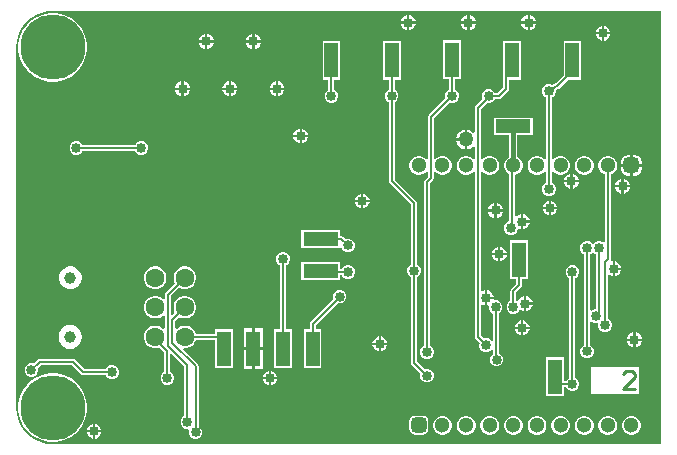
<source format=gbl>
G04*
G04 #@! TF.GenerationSoftware,Altium Limited,Altium Designer,24.1.2 (44)*
G04*
G04 Layer_Physical_Order=2*
G04 Layer_Color=16711680*
%FSLAX44Y44*%
%MOMM*%
G71*
G04*
G04 #@! TF.SameCoordinates,8940CB7B-32E8-470A-AB05-D825E909EC58*
G04*
G04*
G04 #@! TF.FilePolarity,Positive*
G04*
G01*
G75*
%ADD11C,0.2000*%
%ADD14C,0.2540*%
%ADD39C,1.3000*%
G04:AMPARAMS|DCode=40|XSize=1.3mm|YSize=1.3mm|CornerRadius=0.325mm|HoleSize=0mm|Usage=FLASHONLY|Rotation=180.000|XOffset=0mm|YOffset=0mm|HoleType=Round|Shape=RoundedRectangle|*
%AMROUNDEDRECTD40*
21,1,1.3000,0.6500,0,0,180.0*
21,1,0.6500,1.3000,0,0,180.0*
1,1,0.6500,-0.3250,0.3250*
1,1,0.6500,0.3250,0.3250*
1,1,0.6500,0.3250,-0.3250*
1,1,0.6500,-0.3250,-0.3250*
%
%ADD40ROUNDEDRECTD40*%
%ADD41C,5.5000*%
%ADD42C,1.6000*%
%ADD43C,1.0000*%
%ADD44C,0.8500*%
%ADD45C,1.2700*%
%ADD49R,3.0000X1.2000*%
%ADD50R,1.2000X3.0000*%
%ADD51C,0.3810*%
G36*
X35000Y370922D02*
X550376D01*
Y4078D01*
X35000D01*
X34831Y4045D01*
X30155Y4413D01*
X25430Y5547D01*
X20941Y7407D01*
X16797Y9946D01*
X13102Y13102D01*
X9946Y16797D01*
X7407Y20941D01*
X5547Y25430D01*
X4413Y30155D01*
X4045Y34831D01*
X4078Y35000D01*
Y340000D01*
X4045Y340169D01*
X4413Y344845D01*
X5547Y349570D01*
X7407Y354059D01*
X9946Y358203D01*
X13102Y361898D01*
X16797Y365054D01*
X20941Y367593D01*
X25430Y369453D01*
X30155Y370587D01*
X34831Y370955D01*
X35000Y370922D01*
D02*
G37*
%LPC*%
G36*
X439243Y367250D02*
X439000D01*
Y362000D01*
X444250D01*
Y362243D01*
X443298Y364540D01*
X441540Y366298D01*
X439243Y367250D01*
D02*
G37*
G36*
X437000D02*
X436757D01*
X434460Y366298D01*
X432701Y364540D01*
X431750Y362243D01*
Y362000D01*
X437000D01*
Y367250D01*
D02*
G37*
G36*
X388243D02*
X388000D01*
Y362000D01*
X393250D01*
Y362243D01*
X392299Y364540D01*
X390540Y366298D01*
X388243Y367250D01*
D02*
G37*
G36*
X386000D02*
X385757D01*
X383460Y366298D01*
X381702Y364540D01*
X380750Y362243D01*
Y362000D01*
X386000D01*
Y367250D01*
D02*
G37*
G36*
X337243D02*
X337000D01*
Y362000D01*
X342250D01*
Y362243D01*
X341298Y364540D01*
X339540Y366298D01*
X337243Y367250D01*
D02*
G37*
G36*
X335000D02*
X334757D01*
X332460Y366298D01*
X330701Y364540D01*
X329750Y362243D01*
Y362000D01*
X335000D01*
Y367250D01*
D02*
G37*
G36*
X444250Y360000D02*
X439000D01*
Y354750D01*
X439243D01*
X441540Y355701D01*
X443298Y357460D01*
X444250Y359757D01*
Y360000D01*
D02*
G37*
G36*
X437000D02*
X431750D01*
Y359757D01*
X432701Y357460D01*
X434460Y355701D01*
X436757Y354750D01*
X437000D01*
Y360000D01*
D02*
G37*
G36*
X393250D02*
X388000D01*
Y354750D01*
X388243D01*
X390540Y355701D01*
X392299Y357460D01*
X393250Y359757D01*
Y360000D01*
D02*
G37*
G36*
X386000D02*
X380750D01*
Y359757D01*
X381702Y357460D01*
X383460Y355701D01*
X385757Y354750D01*
X386000D01*
Y360000D01*
D02*
G37*
G36*
X342250D02*
X337000D01*
Y354750D01*
X337243D01*
X339540Y355701D01*
X341298Y357460D01*
X342250Y359757D01*
Y360000D01*
D02*
G37*
G36*
X335000D02*
X329750D01*
Y359757D01*
X330701Y357460D01*
X332460Y355701D01*
X334757Y354750D01*
X335000D01*
Y360000D01*
D02*
G37*
G36*
X502243Y358250D02*
X502000D01*
Y353000D01*
X507250D01*
Y353243D01*
X506298Y355540D01*
X504540Y357299D01*
X502243Y358250D01*
D02*
G37*
G36*
X500000D02*
X499757D01*
X497460Y357299D01*
X495701Y355540D01*
X494750Y353243D01*
Y353000D01*
X500000D01*
Y358250D01*
D02*
G37*
G36*
X206243Y351250D02*
X206000D01*
Y346000D01*
X211250D01*
Y346243D01*
X210298Y348540D01*
X208540Y350298D01*
X206243Y351250D01*
D02*
G37*
G36*
X204000D02*
X203757D01*
X201460Y350298D01*
X199701Y348540D01*
X198750Y346243D01*
Y346000D01*
X204000D01*
Y351250D01*
D02*
G37*
G36*
X166243D02*
X166000D01*
Y346000D01*
X171250D01*
Y346243D01*
X170298Y348540D01*
X168540Y350298D01*
X166243Y351250D01*
D02*
G37*
G36*
X164000D02*
X163757D01*
X161460Y350298D01*
X159701Y348540D01*
X158750Y346243D01*
Y346000D01*
X164000D01*
Y351250D01*
D02*
G37*
G36*
X507250Y351000D02*
X502000D01*
Y345750D01*
X502243D01*
X504540Y346702D01*
X506298Y348460D01*
X507250Y350757D01*
Y351000D01*
D02*
G37*
G36*
X500000D02*
X494750D01*
Y350757D01*
X495701Y348460D01*
X497460Y346702D01*
X499757Y345750D01*
X500000D01*
Y351000D01*
D02*
G37*
G36*
X211250Y344000D02*
X206000D01*
Y338750D01*
X206243D01*
X208540Y339701D01*
X210298Y341460D01*
X211250Y343757D01*
Y344000D01*
D02*
G37*
G36*
X204000D02*
X198750D01*
Y343757D01*
X199701Y341460D01*
X201460Y339701D01*
X203757Y338750D01*
X204000D01*
Y344000D01*
D02*
G37*
G36*
X171250D02*
X166000D01*
Y338750D01*
X166243D01*
X168540Y339701D01*
X170298Y341460D01*
X171250Y343757D01*
Y344000D01*
D02*
G37*
G36*
X164000D02*
X158750D01*
Y343757D01*
X159701Y341460D01*
X161460Y339701D01*
X163757Y338750D01*
X164000D01*
Y344000D01*
D02*
G37*
G36*
X37282Y369000D02*
X32718D01*
X28209Y368286D01*
X23868Y366875D01*
X19801Y364803D01*
X16108Y362120D01*
X12880Y358892D01*
X10197Y355199D01*
X8125Y351132D01*
X6714Y346791D01*
X6000Y342282D01*
Y337718D01*
X6714Y333209D01*
X8125Y328868D01*
X10197Y324801D01*
X12880Y321108D01*
X16108Y317880D01*
X19801Y315197D01*
X23868Y313125D01*
X28209Y311714D01*
X32718Y311000D01*
X37282D01*
X41791Y311714D01*
X46132Y313125D01*
X50199Y315197D01*
X53892Y317880D01*
X57120Y321108D01*
X59803Y324801D01*
X61875Y328868D01*
X63286Y333209D01*
X64000Y337718D01*
Y342282D01*
X63286Y346791D01*
X61875Y351132D01*
X59803Y355199D01*
X57120Y358892D01*
X53892Y362120D01*
X50199Y364803D01*
X46132Y366875D01*
X41791Y368286D01*
X37282Y369000D01*
D02*
G37*
G36*
X482500Y345500D02*
X467500D01*
Y316105D01*
X461278Y309883D01*
X460919D01*
X459944Y309689D01*
X459117Y309136D01*
X457973Y307992D01*
X456144Y308750D01*
X453856D01*
X451743Y307875D01*
X450125Y306257D01*
X449250Y304144D01*
Y301856D01*
X450125Y299743D01*
X451743Y298125D01*
X452451Y297832D01*
Y245445D01*
X451181Y245133D01*
X449912Y246402D01*
X448088Y247455D01*
X446053Y248000D01*
X443947D01*
X441912Y247455D01*
X440088Y246402D01*
X438598Y244912D01*
X437545Y243088D01*
X437000Y241053D01*
Y238947D01*
X437545Y236912D01*
X438598Y235088D01*
X440088Y233598D01*
X441912Y232545D01*
X443947Y232000D01*
X446053D01*
X448088Y232545D01*
X449912Y233598D01*
X451181Y234867D01*
X452451Y234555D01*
Y225168D01*
X451743Y224875D01*
X450125Y223257D01*
X449250Y221144D01*
Y218856D01*
X450125Y216743D01*
X451743Y215125D01*
X453856Y214250D01*
X456144D01*
X458257Y215125D01*
X459875Y216743D01*
X460750Y218856D01*
Y221144D01*
X459875Y223257D01*
X458257Y224875D01*
X457549Y225168D01*
Y234555D01*
X458819Y234867D01*
X460088Y233598D01*
X461912Y232545D01*
X463947Y232000D01*
X466053D01*
X468088Y232545D01*
X469912Y233598D01*
X471402Y235088D01*
X472455Y236912D01*
X473000Y238947D01*
Y241053D01*
X472455Y243088D01*
X471402Y244912D01*
X469912Y246402D01*
X468088Y247455D01*
X466053Y248000D01*
X463947D01*
X461912Y247455D01*
X460088Y246402D01*
X458819Y245133D01*
X457549Y245445D01*
Y297832D01*
X458257Y298125D01*
X459875Y299743D01*
X460750Y301856D01*
Y303560D01*
X461975Y304785D01*
X462334D01*
X463309Y304979D01*
X464136Y305531D01*
X471105Y312500D01*
X482500D01*
Y345500D01*
D02*
G37*
G36*
X226243Y311250D02*
X226000D01*
Y306000D01*
X231250D01*
Y306243D01*
X230298Y308540D01*
X228540Y310298D01*
X226243Y311250D01*
D02*
G37*
G36*
X224000D02*
X223757D01*
X221460Y310298D01*
X219701Y308540D01*
X218750Y306243D01*
Y306000D01*
X224000D01*
Y311250D01*
D02*
G37*
G36*
X186243D02*
X186000D01*
Y306000D01*
X191250D01*
Y306243D01*
X190299Y308540D01*
X188540Y310298D01*
X186243Y311250D01*
D02*
G37*
G36*
X184000D02*
X183757D01*
X181460Y310298D01*
X179701Y308540D01*
X178750Y306243D01*
Y306000D01*
X184000D01*
Y311250D01*
D02*
G37*
G36*
X146243D02*
X146000D01*
Y306000D01*
X151250D01*
Y306243D01*
X150299Y308540D01*
X148540Y310298D01*
X146243Y311250D01*
D02*
G37*
G36*
X144000D02*
X143757D01*
X141460Y310298D01*
X139701Y308540D01*
X138750Y306243D01*
Y306000D01*
X144000D01*
Y311250D01*
D02*
G37*
G36*
X431500Y345500D02*
X416500D01*
Y324246D01*
X416451Y324000D01*
Y306056D01*
X411944Y301549D01*
X409168D01*
X408875Y302257D01*
X407257Y303875D01*
X405144Y304750D01*
X402856D01*
X400743Y303875D01*
X399125Y302257D01*
X398250Y300144D01*
Y297856D01*
X398836Y296441D01*
X393198Y290802D01*
X392645Y289975D01*
X392451Y289000D01*
Y268154D01*
X391181Y267628D01*
X390127Y268682D01*
X388223Y269781D01*
X386099Y270350D01*
X386000D01*
Y262000D01*
Y253650D01*
X386099D01*
X388223Y254219D01*
X390127Y255318D01*
X391181Y256372D01*
X392451Y255846D01*
Y245445D01*
X391181Y245133D01*
X389912Y246402D01*
X388088Y247455D01*
X386053Y248000D01*
X383947D01*
X381912Y247455D01*
X380088Y246402D01*
X378598Y244912D01*
X377545Y243088D01*
X377000Y241053D01*
Y238947D01*
X377545Y236912D01*
X378598Y235088D01*
X380088Y233598D01*
X381912Y232545D01*
X383947Y232000D01*
X386053D01*
X388088Y232545D01*
X389912Y233598D01*
X391181Y234867D01*
X392451Y234555D01*
Y95000D01*
X392645Y94025D01*
X393198Y93198D01*
X396543Y89852D01*
X396250Y89144D01*
Y86856D01*
X397125Y84743D01*
X398743Y83125D01*
X400856Y82250D01*
X403144D01*
X405257Y83125D01*
X406591Y84459D01*
X407861Y84059D01*
Y80545D01*
X407563Y80422D01*
X405946Y78804D01*
X405070Y76691D01*
Y74403D01*
X405946Y72290D01*
X407563Y70672D01*
X409677Y69797D01*
X411964D01*
X414078Y70672D01*
X415695Y72290D01*
X416571Y74403D01*
Y76691D01*
X415695Y78804D01*
X414078Y80422D01*
X412959Y80885D01*
Y115002D01*
X413257Y115125D01*
X414875Y116743D01*
X415750Y118856D01*
Y121144D01*
X414875Y123257D01*
X413257Y124875D01*
X411144Y125750D01*
X409208D01*
X408396Y126604D01*
X408250Y126874D01*
Y127000D01*
X403000D01*
Y121750D01*
X403126D01*
X403396Y121604D01*
X404250Y120792D01*
Y118856D01*
X405125Y116743D01*
X406743Y115125D01*
X407861Y114662D01*
Y91941D01*
X406591Y91540D01*
X405257Y92875D01*
X403144Y93750D01*
X400856D01*
X400148Y93457D01*
X397549Y96056D01*
Y121953D01*
X398819Y122553D01*
X400757Y121750D01*
X401000D01*
Y128000D01*
Y134250D01*
X400757D01*
X398819Y133447D01*
X397549Y134047D01*
Y234555D01*
X398819Y234867D01*
X400088Y233598D01*
X401912Y232545D01*
X403947Y232000D01*
X406053D01*
X408088Y232545D01*
X409912Y233598D01*
X411402Y235088D01*
X412455Y236912D01*
X413000Y238947D01*
Y241053D01*
X412455Y243088D01*
X411402Y244912D01*
X409912Y246402D01*
X408088Y247455D01*
X406053Y248000D01*
X403947D01*
X401912Y247455D01*
X400088Y246402D01*
X398819Y245133D01*
X397549Y245445D01*
Y287944D01*
X402855Y293250D01*
X402856Y293250D01*
X405144D01*
X407257Y294125D01*
X408875Y295743D01*
X409168Y296451D01*
X413000D01*
X413975Y296645D01*
X414802Y297198D01*
X420802Y303198D01*
X421355Y304025D01*
X421549Y305000D01*
Y312500D01*
X431500D01*
Y345500D01*
D02*
G37*
G36*
X231250Y304000D02*
X226000D01*
Y298750D01*
X226243D01*
X228540Y299701D01*
X230298Y301460D01*
X231250Y303757D01*
Y304000D01*
D02*
G37*
G36*
X224000D02*
X218750D01*
Y303757D01*
X219701Y301460D01*
X221460Y299701D01*
X223757Y298750D01*
X224000D01*
Y304000D01*
D02*
G37*
G36*
X191250D02*
X186000D01*
Y298750D01*
X186243D01*
X188540Y299701D01*
X190299Y301460D01*
X191250Y303757D01*
Y304000D01*
D02*
G37*
G36*
X184000D02*
X178750D01*
Y303757D01*
X179701Y301460D01*
X181460Y299701D01*
X183757Y298750D01*
X184000D01*
Y304000D01*
D02*
G37*
G36*
X151250D02*
X146000D01*
Y298750D01*
X146243D01*
X148540Y299701D01*
X150299Y301460D01*
X151250Y303757D01*
Y304000D01*
D02*
G37*
G36*
X144000D02*
X138750D01*
Y303757D01*
X139701Y301460D01*
X141460Y299701D01*
X143757Y298750D01*
X144000D01*
Y304000D01*
D02*
G37*
G36*
X380750Y346000D02*
X365750D01*
Y313000D01*
X370451D01*
Y304168D01*
X369743Y303875D01*
X368125Y302257D01*
X367250Y300144D01*
Y297856D01*
X367543Y297148D01*
X353198Y282802D01*
X352645Y281975D01*
X352451Y281000D01*
Y245445D01*
X351181Y245133D01*
X349912Y246402D01*
X348088Y247455D01*
X346053Y248000D01*
X343947D01*
X341912Y247455D01*
X340088Y246402D01*
X338598Y244912D01*
X337545Y243088D01*
X337000Y241053D01*
Y238947D01*
X337545Y236912D01*
X338598Y235088D01*
X340088Y233598D01*
X341912Y232545D01*
X343947Y232000D01*
X346053D01*
X348088Y232545D01*
X349912Y233598D01*
X351181Y234867D01*
X352451Y234555D01*
Y230056D01*
X350198Y227802D01*
X349645Y226975D01*
X349451Y226000D01*
Y87168D01*
X348743Y86875D01*
X347125Y85257D01*
X346250Y83144D01*
Y80856D01*
X347125Y78743D01*
X348743Y77125D01*
X350856Y76250D01*
X353144D01*
X355257Y77125D01*
X356875Y78743D01*
X357750Y80856D01*
Y83144D01*
X356875Y85257D01*
X355257Y86875D01*
X354549Y87168D01*
Y224944D01*
X356802Y227198D01*
X357355Y228025D01*
X357549Y229000D01*
Y234555D01*
X358819Y234867D01*
X360088Y233598D01*
X361912Y232545D01*
X363947Y232000D01*
X366053D01*
X368088Y232545D01*
X369912Y233598D01*
X371402Y235088D01*
X372455Y236912D01*
X373000Y238947D01*
Y241053D01*
X372455Y243088D01*
X371402Y244912D01*
X369912Y246402D01*
X368088Y247455D01*
X366053Y248000D01*
X363947D01*
X361912Y247455D01*
X360088Y246402D01*
X358819Y245133D01*
X357549Y245445D01*
Y279944D01*
X371148Y293543D01*
X371856Y293250D01*
X374144D01*
X376257Y294125D01*
X377875Y295743D01*
X378750Y297856D01*
Y300144D01*
X377875Y302257D01*
X376257Y303875D01*
X375549Y304168D01*
Y313000D01*
X380750D01*
Y346000D01*
D02*
G37*
G36*
X278500Y345500D02*
X263500D01*
Y312500D01*
X268451D01*
Y304168D01*
X267743Y303875D01*
X266125Y302257D01*
X265250Y300144D01*
Y297856D01*
X266125Y295743D01*
X267743Y294125D01*
X269856Y293250D01*
X272144D01*
X274257Y294125D01*
X275875Y295743D01*
X276750Y297856D01*
Y300144D01*
X275875Y302257D01*
X274257Y303875D01*
X273549Y304168D01*
Y312500D01*
X278500D01*
Y345500D01*
D02*
G37*
G36*
X246243Y271250D02*
X246000D01*
Y266000D01*
X251250D01*
Y266243D01*
X250298Y268540D01*
X248540Y270298D01*
X246243Y271250D01*
D02*
G37*
G36*
X244000D02*
X243757D01*
X241460Y270298D01*
X239701Y268540D01*
X238750Y266243D01*
Y266000D01*
X244000D01*
Y271250D01*
D02*
G37*
G36*
X384000Y270350D02*
X383901D01*
X381777Y269781D01*
X379873Y268682D01*
X378318Y267127D01*
X377219Y265223D01*
X376650Y263099D01*
Y263000D01*
X384000D01*
Y270350D01*
D02*
G37*
G36*
X251250Y264000D02*
X246000D01*
Y258750D01*
X246243D01*
X248540Y259701D01*
X250298Y261460D01*
X251250Y263757D01*
Y264000D01*
D02*
G37*
G36*
X244000D02*
X238750D01*
Y263757D01*
X239701Y261460D01*
X241460Y259701D01*
X243757Y258750D01*
X244000D01*
Y264000D01*
D02*
G37*
G36*
X111144Y260750D02*
X108856D01*
X106743Y259875D01*
X105125Y258257D01*
X104832Y257549D01*
X60168D01*
X59875Y258257D01*
X58257Y259875D01*
X56144Y260750D01*
X53856D01*
X51743Y259875D01*
X50125Y258257D01*
X49250Y256144D01*
Y253856D01*
X50125Y251743D01*
X51743Y250125D01*
X53856Y249250D01*
X56144D01*
X58257Y250125D01*
X59875Y251743D01*
X60168Y252451D01*
X104832D01*
X105125Y251743D01*
X106743Y250125D01*
X108856Y249250D01*
X111144D01*
X113257Y250125D01*
X114875Y251743D01*
X115750Y253856D01*
Y256144D01*
X114875Y258257D01*
X113257Y259875D01*
X111144Y260750D01*
D02*
G37*
G36*
X384000Y261000D02*
X376650D01*
Y260901D01*
X377219Y258777D01*
X378318Y256873D01*
X379873Y255318D01*
X381777Y254219D01*
X383901Y253650D01*
X384000D01*
Y261000D01*
D02*
G37*
G36*
X528250Y248603D02*
X526000D01*
Y241000D01*
X533603D01*
Y243250D01*
X533195Y245298D01*
X532035Y247035D01*
X530298Y248195D01*
X528250Y248603D01*
D02*
G37*
G36*
X524000D02*
X521750D01*
X519702Y248195D01*
X517965Y247035D01*
X516805Y245298D01*
X516397Y243250D01*
Y241000D01*
X524000D01*
Y248603D01*
D02*
G37*
G36*
X486053Y248000D02*
X483947D01*
X481912Y247455D01*
X480088Y246402D01*
X478598Y244912D01*
X477545Y243088D01*
X477000Y241053D01*
Y238947D01*
X477545Y236912D01*
X478598Y235088D01*
X480088Y233598D01*
X481912Y232545D01*
X483947Y232000D01*
X486053D01*
X488088Y232545D01*
X489912Y233598D01*
X491402Y235088D01*
X492455Y236912D01*
X493000Y238947D01*
Y241053D01*
X492455Y243088D01*
X491402Y244912D01*
X489912Y246402D01*
X488088Y247455D01*
X486053Y248000D01*
D02*
G37*
G36*
X533603Y239000D02*
X526000D01*
Y231397D01*
X528250D01*
X530298Y231805D01*
X532035Y232965D01*
X533195Y234702D01*
X533603Y236750D01*
Y239000D01*
D02*
G37*
G36*
X524000D02*
X516397D01*
Y236750D01*
X516805Y234702D01*
X517965Y232965D01*
X519702Y231805D01*
X521750Y231397D01*
X524000D01*
Y239000D01*
D02*
G37*
G36*
X475353Y232903D02*
X475110D01*
Y227653D01*
X480360D01*
Y227896D01*
X479408Y230193D01*
X477650Y231951D01*
X475353Y232903D01*
D02*
G37*
G36*
X473110D02*
X472867D01*
X470570Y231951D01*
X468811Y230193D01*
X467860Y227896D01*
Y227653D01*
X473110D01*
Y232903D01*
D02*
G37*
G36*
X518743Y228750D02*
X518500D01*
Y223500D01*
X523750D01*
Y223743D01*
X522799Y226040D01*
X521040Y227799D01*
X518743Y228750D01*
D02*
G37*
G36*
X516500D02*
X516257D01*
X513960Y227799D01*
X512201Y226040D01*
X511250Y223743D01*
Y223500D01*
X516500D01*
Y228750D01*
D02*
G37*
G36*
X480360Y225653D02*
X475110D01*
Y220403D01*
X475353D01*
X477650Y221354D01*
X479408Y223112D01*
X480360Y225410D01*
Y225653D01*
D02*
G37*
G36*
X473110D02*
X467860D01*
Y225410D01*
X468811Y223112D01*
X470570Y221354D01*
X472867Y220403D01*
X473110D01*
Y225653D01*
D02*
G37*
G36*
X523750Y221500D02*
X518500D01*
Y216250D01*
X518743D01*
X521040Y217201D01*
X522799Y218960D01*
X523750Y221257D01*
Y221500D01*
D02*
G37*
G36*
X516500D02*
X511250D01*
Y221257D01*
X512201Y218960D01*
X513960Y217201D01*
X516257Y216250D01*
X516500D01*
Y221500D01*
D02*
G37*
G36*
X298243Y216250D02*
X298000D01*
Y211000D01*
X303250D01*
Y211243D01*
X302299Y213540D01*
X300540Y215299D01*
X298243Y216250D01*
D02*
G37*
G36*
X296000D02*
X295757D01*
X293460Y215299D01*
X291702Y213540D01*
X290750Y211243D01*
Y211000D01*
X296000D01*
Y216250D01*
D02*
G37*
G36*
X457243Y210250D02*
X457000D01*
Y205000D01*
X462250D01*
Y205243D01*
X461298Y207540D01*
X459540Y209298D01*
X457243Y210250D01*
D02*
G37*
G36*
X455000D02*
X454757D01*
X452460Y209298D01*
X450701Y207540D01*
X449750Y205243D01*
Y205000D01*
X455000D01*
Y210250D01*
D02*
G37*
G36*
X303250Y209000D02*
X298000D01*
Y203750D01*
X298243D01*
X300540Y204701D01*
X302299Y206460D01*
X303250Y208757D01*
Y209000D01*
D02*
G37*
G36*
X296000D02*
X290750D01*
Y208757D01*
X291702Y206460D01*
X293460Y204701D01*
X295757Y203750D01*
X296000D01*
Y209000D01*
D02*
G37*
G36*
X411243Y208250D02*
X411000D01*
Y203000D01*
X416250D01*
Y203243D01*
X415299Y205540D01*
X413540Y207299D01*
X411243Y208250D01*
D02*
G37*
G36*
X409000D02*
X408757D01*
X406460Y207299D01*
X404701Y205540D01*
X403750Y203243D01*
Y203000D01*
X409000D01*
Y208250D01*
D02*
G37*
G36*
X462250Y203000D02*
X457000D01*
Y197750D01*
X457243D01*
X459540Y198701D01*
X461298Y200460D01*
X462250Y202757D01*
Y203000D01*
D02*
G37*
G36*
X455000D02*
X449750D01*
Y202757D01*
X450701Y200460D01*
X452460Y198701D01*
X454757Y197750D01*
X455000D01*
Y203000D01*
D02*
G37*
G36*
X416250Y201000D02*
X411000D01*
Y195750D01*
X411243D01*
X413540Y196702D01*
X415299Y198460D01*
X416250Y200757D01*
Y201000D01*
D02*
G37*
G36*
X409000D02*
X403750D01*
Y200757D01*
X404701Y198460D01*
X406460Y196702D01*
X408757Y195750D01*
X409000D01*
Y201000D01*
D02*
G37*
G36*
X433743Y198750D02*
X433500D01*
Y193500D01*
X438750D01*
Y193743D01*
X437799Y196040D01*
X436040Y197799D01*
X433743Y198750D01*
D02*
G37*
G36*
X438750Y191500D02*
X433500D01*
Y186250D01*
X433743D01*
X436040Y187201D01*
X437799Y188960D01*
X438750Y191257D01*
Y191500D01*
D02*
G37*
G36*
X441500Y280500D02*
X408500D01*
Y265500D01*
X421528D01*
Y247233D01*
X420088Y246402D01*
X418598Y244912D01*
X417545Y243088D01*
X417000Y241053D01*
Y238947D01*
X417545Y236912D01*
X418598Y235088D01*
X420088Y233598D01*
X421451Y232811D01*
Y192582D01*
X419743Y191875D01*
X418125Y190257D01*
X417250Y188144D01*
Y185856D01*
X418125Y183743D01*
X419743Y182125D01*
X421856Y181250D01*
X424144D01*
X426257Y182125D01*
X427875Y183743D01*
X428750Y185856D01*
Y185914D01*
X430020Y186762D01*
X431257Y186250D01*
X431500D01*
Y192500D01*
Y198750D01*
X431257D01*
X428960Y197799D01*
X427819Y196658D01*
X426549Y197184D01*
Y232133D01*
X428088Y232545D01*
X429912Y233598D01*
X431402Y235088D01*
X432455Y236912D01*
X433000Y238947D01*
Y241053D01*
X432455Y243088D01*
X431402Y244912D01*
X429912Y246402D01*
X428472Y247233D01*
Y265500D01*
X441500D01*
Y280500D01*
D02*
G37*
G36*
X506053Y248000D02*
X503947D01*
X501912Y247455D01*
X500088Y246402D01*
X498598Y244912D01*
X497545Y243088D01*
X497000Y241053D01*
Y238947D01*
X497545Y236912D01*
X498598Y235088D01*
X500088Y233598D01*
X501912Y232545D01*
X502451Y232401D01*
Y174977D01*
X501181Y174451D01*
X500757Y174875D01*
X498644Y175750D01*
X496356D01*
X494243Y174875D01*
X493330Y173961D01*
X492500Y173350D01*
X491670Y173961D01*
X490757Y174875D01*
X488644Y175750D01*
X486356D01*
X484243Y174875D01*
X482625Y173257D01*
X481750Y171144D01*
Y168856D01*
X482625Y166743D01*
X484243Y165125D01*
X484951Y164832D01*
Y87668D01*
X484243Y87375D01*
X482625Y85757D01*
X481750Y83644D01*
Y81356D01*
X482625Y79243D01*
X484243Y77625D01*
X486356Y76750D01*
X488644D01*
X490757Y77625D01*
X492375Y79243D01*
X493250Y81356D01*
Y83644D01*
X492375Y85757D01*
X490757Y87375D01*
X490049Y87668D01*
Y107523D01*
X491319Y108049D01*
X491743Y107625D01*
X493856Y106750D01*
X495626D01*
X496356Y106356D01*
X496750Y105626D01*
Y103856D01*
X497625Y101743D01*
X499243Y100125D01*
X501356Y99250D01*
X503644D01*
X505757Y100125D01*
X507375Y101743D01*
X508250Y103856D01*
Y106144D01*
X507375Y108257D01*
X505757Y109875D01*
X505049Y110168D01*
Y146953D01*
X506222Y147439D01*
X506460Y147201D01*
X508757Y146250D01*
X509000D01*
Y152500D01*
Y158750D01*
X508757D01*
X508200Y158519D01*
X507956Y158697D01*
X507355Y159541D01*
X507549Y160516D01*
Y232401D01*
X508088Y232545D01*
X509912Y233598D01*
X511402Y235088D01*
X512455Y236912D01*
X513000Y238947D01*
Y241053D01*
X512455Y243088D01*
X511402Y244912D01*
X509912Y246402D01*
X508088Y247455D01*
X506053Y248000D01*
D02*
G37*
G36*
X278500Y185500D02*
X245500D01*
Y170500D01*
X278500D01*
X279564Y170002D01*
X279982Y168993D01*
X281599Y167375D01*
X283713Y166500D01*
X286000D01*
X288113Y167375D01*
X289731Y168993D01*
X290606Y171106D01*
Y173394D01*
X289731Y175507D01*
X288113Y177125D01*
X286000Y178000D01*
X283713D01*
X283004Y177707D01*
X280909Y179802D01*
X280082Y180355D01*
X279106Y180549D01*
X278500D01*
Y185500D01*
D02*
G37*
G36*
X414243Y171250D02*
X414000D01*
Y166000D01*
X419250D01*
Y166243D01*
X418298Y168540D01*
X416540Y170299D01*
X414243Y171250D01*
D02*
G37*
G36*
X412000D02*
X411757D01*
X409460Y170299D01*
X407701Y168540D01*
X406750Y166243D01*
Y166000D01*
X412000D01*
Y171250D01*
D02*
G37*
G36*
X419250Y164000D02*
X414000D01*
Y158750D01*
X414243D01*
X416540Y159701D01*
X418298Y161460D01*
X419250Y163757D01*
Y164000D01*
D02*
G37*
G36*
X412000D02*
X406750D01*
Y163757D01*
X407701Y161460D01*
X409460Y159701D01*
X411757Y158750D01*
X412000D01*
Y164000D01*
D02*
G37*
G36*
X511243Y158750D02*
X511000D01*
Y153500D01*
X516250D01*
Y153743D01*
X515299Y156040D01*
X513540Y157799D01*
X511243Y158750D01*
D02*
G37*
G36*
X516250Y151500D02*
X511000D01*
Y146250D01*
X511243D01*
X513540Y147201D01*
X515299Y148960D01*
X516250Y151257D01*
Y151500D01*
D02*
G37*
G36*
X278500Y158000D02*
X245500D01*
Y143000D01*
X278500D01*
Y147451D01*
X279832D01*
X280125Y146743D01*
X281743Y145125D01*
X283856Y144250D01*
X286144D01*
X288257Y145125D01*
X289875Y146743D01*
X290750Y148856D01*
Y151144D01*
X289875Y153257D01*
X288257Y154875D01*
X286144Y155750D01*
X283856D01*
X281743Y154875D01*
X280125Y153257D01*
X279832Y152549D01*
X278500D01*
Y158000D01*
D02*
G37*
G36*
X148051Y154500D02*
X145549D01*
X143133Y153853D01*
X140967Y152602D01*
X139198Y150833D01*
X137948Y148667D01*
X137300Y146251D01*
Y143749D01*
X137948Y141333D01*
X138526Y140331D01*
X130698Y132502D01*
X130145Y131676D01*
X129951Y130700D01*
Y127080D01*
X128681Y126554D01*
X127633Y127602D01*
X125467Y128853D01*
X123051Y129500D01*
X120549D01*
X118133Y128853D01*
X115967Y127602D01*
X114198Y125833D01*
X112947Y123667D01*
X112300Y121251D01*
Y118749D01*
X112947Y116333D01*
X114198Y114167D01*
X115967Y112398D01*
X118133Y111147D01*
X120549Y110500D01*
X123051D01*
X125467Y111147D01*
X127633Y112398D01*
X128681Y113446D01*
X129951Y112920D01*
Y102080D01*
X128681Y101554D01*
X127633Y102602D01*
X125467Y103853D01*
X123051Y104500D01*
X120549D01*
X118133Y103853D01*
X115967Y102602D01*
X114198Y100833D01*
X112947Y98667D01*
X112300Y96251D01*
Y93749D01*
X112947Y91333D01*
X114198Y89167D01*
X115967Y87398D01*
X118133Y86147D01*
X120549Y85500D01*
X123051D01*
X125334Y86112D01*
X129474Y81972D01*
Y65191D01*
X128766Y64898D01*
X127148Y63280D01*
X126273Y61167D01*
Y58879D01*
X127148Y56766D01*
X128766Y55148D01*
X130879Y54273D01*
X133167D01*
X135280Y55148D01*
X136898Y56766D01*
X137773Y58879D01*
Y61167D01*
X136898Y63280D01*
X135280Y64898D01*
X134572Y65191D01*
Y80164D01*
X135745Y80650D01*
X146451Y69944D01*
Y28168D01*
X145743Y27875D01*
X144125Y26257D01*
X143250Y24144D01*
Y21856D01*
X144125Y19743D01*
X145743Y18125D01*
X147856Y17250D01*
X149748D01*
X150492Y16426D01*
X150638Y16080D01*
X150250Y15144D01*
Y12856D01*
X151125Y10743D01*
X152743Y9125D01*
X154856Y8250D01*
X157144D01*
X159257Y9125D01*
X160875Y10743D01*
X161750Y12856D01*
Y15144D01*
X160875Y17257D01*
X159257Y18875D01*
X158549Y19168D01*
Y70000D01*
X158355Y70975D01*
X157802Y71802D01*
X145251Y84353D01*
X145901Y85500D01*
X148051D01*
X150467Y86147D01*
X152633Y87398D01*
X154402Y89167D01*
X155653Y91333D01*
X155952Y92451D01*
X172500D01*
Y68500D01*
X187500D01*
Y101500D01*
X172500D01*
Y97549D01*
X155952D01*
X155653Y98667D01*
X154402Y100833D01*
X152633Y102602D01*
X150467Y103853D01*
X148051Y104500D01*
X145549D01*
X143133Y103853D01*
X140967Y102602D01*
X139819Y101454D01*
X138549Y101980D01*
Y108144D01*
X142131Y111726D01*
X143133Y111147D01*
X145549Y110500D01*
X148051D01*
X150467Y111147D01*
X152633Y112398D01*
X154402Y114167D01*
X155653Y116333D01*
X156300Y118749D01*
Y121251D01*
X155653Y123667D01*
X154402Y125833D01*
X152633Y127602D01*
X150467Y128853D01*
X148051Y129500D01*
X145549D01*
X143133Y128853D01*
X140967Y127602D01*
X139198Y125833D01*
X137948Y123667D01*
X137300Y121251D01*
Y118749D01*
X137948Y116333D01*
X138526Y115331D01*
X136222Y113027D01*
X135049Y113513D01*
Y129644D01*
X142131Y136726D01*
X143133Y136147D01*
X145549Y135500D01*
X148051D01*
X150467Y136147D01*
X152633Y137398D01*
X154402Y139167D01*
X155653Y141333D01*
X156300Y143749D01*
Y146251D01*
X155653Y148667D01*
X154402Y150833D01*
X152633Y152602D01*
X150467Y153853D01*
X148051Y154500D01*
D02*
G37*
G36*
X123051D02*
X120549D01*
X118133Y153853D01*
X115967Y152602D01*
X114198Y150833D01*
X112947Y148667D01*
X112300Y146251D01*
Y143749D01*
X112947Y141333D01*
X114198Y139167D01*
X115967Y137398D01*
X118133Y136147D01*
X120549Y135500D01*
X123051D01*
X125467Y136147D01*
X127633Y137398D01*
X129402Y139167D01*
X130653Y141333D01*
X131300Y143749D01*
Y146251D01*
X130653Y148667D01*
X129402Y150833D01*
X127633Y152602D01*
X125467Y153853D01*
X123051Y154500D01*
D02*
G37*
G36*
X51251D02*
X48749D01*
X46333Y153853D01*
X44167Y152602D01*
X42398Y150833D01*
X41147Y148667D01*
X40500Y146251D01*
Y143749D01*
X41147Y141333D01*
X42398Y139167D01*
X44167Y137398D01*
X46333Y136147D01*
X48749Y135500D01*
X51251D01*
X53667Y136147D01*
X55833Y137398D01*
X57602Y139167D01*
X58853Y141333D01*
X59500Y143749D01*
Y146251D01*
X58853Y148667D01*
X57602Y150833D01*
X55833Y152602D01*
X53667Y153853D01*
X51251Y154500D01*
D02*
G37*
G36*
X403243Y134250D02*
X403000D01*
Y129000D01*
X408250D01*
Y129243D01*
X407299Y131540D01*
X405540Y133299D01*
X403243Y134250D01*
D02*
G37*
G36*
X436243Y129250D02*
X436000D01*
Y124000D01*
X441250D01*
Y124243D01*
X440299Y126540D01*
X438540Y128299D01*
X436243Y129250D01*
D02*
G37*
G36*
X279144Y134750D02*
X276856D01*
X274743Y133875D01*
X273125Y132257D01*
X272250Y130144D01*
Y127856D01*
X272543Y127148D01*
X253198Y107802D01*
X252645Y106975D01*
X252451Y106000D01*
Y101500D01*
X247500D01*
Y68500D01*
X262500D01*
Y101500D01*
X257549D01*
Y104944D01*
X276148Y123543D01*
X276856Y123250D01*
X279144D01*
X281257Y124125D01*
X282875Y125743D01*
X283750Y127856D01*
Y130144D01*
X282875Y132257D01*
X281257Y133875D01*
X279144Y134750D01*
D02*
G37*
G36*
X441250Y122000D02*
X436000D01*
Y116750D01*
X436243D01*
X438540Y117702D01*
X440299Y119460D01*
X441250Y121757D01*
Y122000D01*
D02*
G37*
G36*
X437500Y176500D02*
X422500D01*
Y143500D01*
X427451D01*
Y140056D01*
X423198Y135802D01*
X422645Y134975D01*
X422451Y134000D01*
Y125168D01*
X421743Y124875D01*
X420125Y123257D01*
X419250Y121144D01*
Y118856D01*
X420125Y116743D01*
X421743Y115125D01*
X423856Y114250D01*
X426144D01*
X428257Y115125D01*
X429875Y116743D01*
X430182Y117486D01*
X431125Y117673D01*
X431619Y117635D01*
X433757Y116750D01*
X434000D01*
Y123000D01*
Y129250D01*
X433757D01*
X431460Y128299D01*
X429701Y126540D01*
X429477Y125998D01*
X427917Y125551D01*
X427549Y125813D01*
Y132944D01*
X431802Y137198D01*
X432355Y138025D01*
X432549Y139000D01*
Y143500D01*
X437500D01*
Y176500D01*
D02*
G37*
G36*
X433743Y108750D02*
X433500D01*
Y103500D01*
X438750D01*
Y103743D01*
X437799Y106040D01*
X436040Y107799D01*
X433743Y108750D01*
D02*
G37*
G36*
X431500D02*
X431257D01*
X428960Y107799D01*
X427201Y106040D01*
X426250Y103743D01*
Y103500D01*
X431500D01*
Y108750D01*
D02*
G37*
G36*
X438750Y101500D02*
X433500D01*
Y96250D01*
X433743D01*
X436040Y97201D01*
X437799Y98960D01*
X438750Y101257D01*
Y101500D01*
D02*
G37*
G36*
X431500D02*
X426250D01*
Y101257D01*
X427201Y98960D01*
X428960Y97201D01*
X431257Y96250D01*
X431500D01*
Y101500D01*
D02*
G37*
G36*
X528743Y98750D02*
X528500D01*
Y93500D01*
X533750D01*
Y93743D01*
X532799Y96040D01*
X531040Y97799D01*
X528743Y98750D01*
D02*
G37*
G36*
X526500D02*
X526257D01*
X523960Y97799D01*
X522201Y96040D01*
X521250Y93743D01*
Y93500D01*
X526500D01*
Y98750D01*
D02*
G37*
G36*
X313243Y95250D02*
X313000D01*
Y90000D01*
X318250D01*
Y90243D01*
X317299Y92540D01*
X315540Y94298D01*
X313243Y95250D01*
D02*
G37*
G36*
X311000D02*
X310757D01*
X308460Y94298D01*
X306702Y92540D01*
X305750Y90243D01*
Y90000D01*
X311000D01*
Y95250D01*
D02*
G37*
G36*
X533750Y91500D02*
X528500D01*
Y86250D01*
X528743D01*
X531040Y87201D01*
X532799Y88960D01*
X533750Y91257D01*
Y91500D01*
D02*
G37*
G36*
X526500D02*
X521250D01*
Y91257D01*
X522201Y88960D01*
X523960Y87201D01*
X526257Y86250D01*
X526500D01*
Y91500D01*
D02*
G37*
G36*
X213000Y102000D02*
X206000D01*
Y86000D01*
X213000D01*
Y102000D01*
D02*
G37*
G36*
X204000D02*
X197000D01*
Y86000D01*
X204000D01*
Y102000D01*
D02*
G37*
G36*
X50000Y105332D02*
X47520Y105006D01*
X45209Y104048D01*
X43225Y102525D01*
X41702Y100541D01*
X40745Y98230D01*
X40418Y95750D01*
Y94250D01*
X40745Y91770D01*
X41702Y89459D01*
X43225Y87474D01*
X45209Y85952D01*
X47520Y84994D01*
X50000Y84668D01*
X52480Y84994D01*
X54791Y85952D01*
X56775Y87474D01*
X58298Y89459D01*
X59255Y91770D01*
X59582Y94250D01*
Y95750D01*
X59255Y98230D01*
X58298Y100541D01*
X56775Y102525D01*
X54791Y104048D01*
X52480Y105006D01*
X50000Y105332D01*
D02*
G37*
G36*
X318250Y88000D02*
X313000D01*
Y82750D01*
X313243D01*
X315540Y83701D01*
X317299Y85460D01*
X318250Y87757D01*
Y88000D01*
D02*
G37*
G36*
X311000D02*
X305750D01*
Y87757D01*
X306702Y85460D01*
X308460Y83701D01*
X310757Y82750D01*
X311000D01*
Y88000D01*
D02*
G37*
G36*
X52000Y76549D02*
X24000D01*
X23025Y76355D01*
X22198Y75802D01*
X18852Y72457D01*
X18144Y72750D01*
X15856D01*
X13743Y71875D01*
X12125Y70257D01*
X11250Y68144D01*
Y65856D01*
X12125Y63743D01*
X13743Y62125D01*
X15856Y61250D01*
X18144D01*
X20257Y62125D01*
X21875Y63743D01*
X22750Y65856D01*
Y68144D01*
X22457Y68852D01*
X25056Y71451D01*
X50944D01*
X59198Y63198D01*
X60025Y62645D01*
X61000Y62451D01*
X79832D01*
X80125Y61743D01*
X81743Y60125D01*
X83856Y59250D01*
X86144D01*
X88257Y60125D01*
X89875Y61743D01*
X90750Y63856D01*
Y66144D01*
X89875Y68257D01*
X88257Y69875D01*
X86144Y70750D01*
X83856D01*
X81743Y69875D01*
X80125Y68257D01*
X79832Y67549D01*
X62056D01*
X53802Y75802D01*
X52976Y76355D01*
X52000Y76549D01*
D02*
G37*
G36*
X231144Y166750D02*
X228856D01*
X226743Y165875D01*
X225125Y164257D01*
X224250Y162144D01*
Y159856D01*
X225125Y157743D01*
X226743Y156125D01*
X227451Y155832D01*
Y101500D01*
X222500D01*
Y68500D01*
X237500D01*
Y101500D01*
X232549D01*
Y155832D01*
X233257Y156125D01*
X234875Y157743D01*
X235750Y159856D01*
Y162144D01*
X234875Y164257D01*
X233257Y165875D01*
X231144Y166750D01*
D02*
G37*
G36*
X213000Y84000D02*
X206000D01*
Y68000D01*
X213000D01*
Y84000D01*
D02*
G37*
G36*
X204000D02*
X197000D01*
Y68000D01*
X204000D01*
Y84000D01*
D02*
G37*
G36*
X220243Y66250D02*
X220000D01*
Y61000D01*
X225250D01*
Y61243D01*
X224298Y63540D01*
X222540Y65299D01*
X220243Y66250D01*
D02*
G37*
G36*
X218000D02*
X217757D01*
X215460Y65299D01*
X213701Y63540D01*
X212750Y61243D01*
Y61000D01*
X218000D01*
Y66250D01*
D02*
G37*
G36*
X476144Y155750D02*
X473856D01*
X471743Y154875D01*
X470125Y153257D01*
X469250Y151144D01*
Y148856D01*
X470125Y146743D01*
X471743Y145125D01*
X472451Y144832D01*
Y60168D01*
X471743Y59875D01*
X470125Y58257D01*
X469832Y57549D01*
X467500D01*
Y77500D01*
X452500D01*
Y44500D01*
X467500D01*
Y52451D01*
X469832D01*
X470125Y51743D01*
X471743Y50125D01*
X473856Y49250D01*
X476144D01*
X478257Y50125D01*
X479875Y51743D01*
X480750Y53856D01*
Y56144D01*
X479875Y58257D01*
X478257Y59875D01*
X477549Y60168D01*
Y144832D01*
X478257Y145125D01*
X479875Y146743D01*
X480750Y148856D01*
Y151144D01*
X479875Y153257D01*
X478257Y154875D01*
X476144Y155750D01*
D02*
G37*
G36*
X329500Y345500D02*
X314500D01*
Y312500D01*
X319451D01*
Y304168D01*
X318743Y303875D01*
X317125Y302257D01*
X316250Y300144D01*
Y297856D01*
X317125Y295743D01*
X318743Y294125D01*
X319451Y293832D01*
Y227000D01*
X319645Y226024D01*
X320198Y225198D01*
X338451Y206944D01*
Y156168D01*
X337743Y155875D01*
X336125Y154257D01*
X335250Y152144D01*
Y149856D01*
X336125Y147743D01*
X337743Y146125D01*
X338451Y145832D01*
Y73000D01*
X338645Y72024D01*
X339198Y71198D01*
X346543Y63852D01*
X346250Y63144D01*
Y60856D01*
X347125Y58743D01*
X348743Y57125D01*
X350856Y56250D01*
X353144D01*
X355257Y57125D01*
X356875Y58743D01*
X357750Y60856D01*
Y63144D01*
X356875Y65257D01*
X355257Y66875D01*
X353144Y67750D01*
X350856D01*
X350148Y67457D01*
X343549Y74056D01*
Y145832D01*
X344257Y146125D01*
X345875Y147743D01*
X346750Y149856D01*
Y152144D01*
X345875Y154257D01*
X344257Y155875D01*
X343549Y156168D01*
Y208000D01*
X343355Y208976D01*
X342802Y209802D01*
X324549Y228056D01*
Y293832D01*
X325257Y294125D01*
X326875Y295743D01*
X327750Y297856D01*
Y300144D01*
X326875Y302257D01*
X325257Y303875D01*
X324549Y304168D01*
Y312500D01*
X329500D01*
Y345500D01*
D02*
G37*
G36*
X225250Y59000D02*
X220000D01*
Y53750D01*
X220243D01*
X222540Y54701D01*
X224298Y56460D01*
X225250Y58757D01*
Y59000D01*
D02*
G37*
G36*
X218000D02*
X212750D01*
Y58757D01*
X213701Y56460D01*
X215460Y54701D01*
X217757Y53750D01*
X218000D01*
Y59000D01*
D02*
G37*
G36*
X531800Y69715D02*
X490700D01*
Y46400D01*
X531800D01*
Y69715D01*
D02*
G37*
G36*
X71243Y21250D02*
X71000D01*
Y16000D01*
X76250D01*
Y16243D01*
X75299Y18540D01*
X73540Y20299D01*
X71243Y21250D01*
D02*
G37*
G36*
X69000D02*
X68757D01*
X66460Y20299D01*
X64701Y18540D01*
X63750Y16243D01*
Y16000D01*
X69000D01*
Y21250D01*
D02*
G37*
G36*
X526053Y28000D02*
X523947D01*
X521912Y27455D01*
X520088Y26402D01*
X518598Y24912D01*
X517545Y23088D01*
X517000Y21053D01*
Y18947D01*
X517545Y16912D01*
X518598Y15088D01*
X520088Y13598D01*
X521912Y12545D01*
X523947Y12000D01*
X526053D01*
X528088Y12545D01*
X529912Y13598D01*
X531402Y15088D01*
X532455Y16912D01*
X533000Y18947D01*
Y21053D01*
X532455Y23088D01*
X531402Y24912D01*
X529912Y26402D01*
X528088Y27455D01*
X526053Y28000D01*
D02*
G37*
G36*
X506053D02*
X503947D01*
X501912Y27455D01*
X500088Y26402D01*
X498598Y24912D01*
X497545Y23088D01*
X497000Y21053D01*
Y18947D01*
X497545Y16912D01*
X498598Y15088D01*
X500088Y13598D01*
X501912Y12545D01*
X503947Y12000D01*
X506053D01*
X508088Y12545D01*
X509912Y13598D01*
X511402Y15088D01*
X512455Y16912D01*
X513000Y18947D01*
Y21053D01*
X512455Y23088D01*
X511402Y24912D01*
X509912Y26402D01*
X508088Y27455D01*
X506053Y28000D01*
D02*
G37*
G36*
X486053D02*
X483947D01*
X481912Y27455D01*
X480088Y26402D01*
X478598Y24912D01*
X477545Y23088D01*
X477000Y21053D01*
Y18947D01*
X477545Y16912D01*
X478598Y15088D01*
X480088Y13598D01*
X481912Y12545D01*
X483947Y12000D01*
X486053D01*
X488088Y12545D01*
X489912Y13598D01*
X491402Y15088D01*
X492455Y16912D01*
X493000Y18947D01*
Y21053D01*
X492455Y23088D01*
X491402Y24912D01*
X489912Y26402D01*
X488088Y27455D01*
X486053Y28000D01*
D02*
G37*
G36*
X466053D02*
X463947D01*
X461912Y27455D01*
X460088Y26402D01*
X458598Y24912D01*
X457545Y23088D01*
X457000Y21053D01*
Y18947D01*
X457545Y16912D01*
X458598Y15088D01*
X460088Y13598D01*
X461912Y12545D01*
X463947Y12000D01*
X466053D01*
X468088Y12545D01*
X469912Y13598D01*
X471402Y15088D01*
X472455Y16912D01*
X473000Y18947D01*
Y21053D01*
X472455Y23088D01*
X471402Y24912D01*
X469912Y26402D01*
X468088Y27455D01*
X466053Y28000D01*
D02*
G37*
G36*
X446053D02*
X443947D01*
X441912Y27455D01*
X440088Y26402D01*
X438598Y24912D01*
X437545Y23088D01*
X437000Y21053D01*
Y18947D01*
X437545Y16912D01*
X438598Y15088D01*
X440088Y13598D01*
X441912Y12545D01*
X443947Y12000D01*
X446053D01*
X448088Y12545D01*
X449912Y13598D01*
X451402Y15088D01*
X452455Y16912D01*
X453000Y18947D01*
Y21053D01*
X452455Y23088D01*
X451402Y24912D01*
X449912Y26402D01*
X448088Y27455D01*
X446053Y28000D01*
D02*
G37*
G36*
X426053D02*
X423947D01*
X421912Y27455D01*
X420088Y26402D01*
X418598Y24912D01*
X417545Y23088D01*
X417000Y21053D01*
Y18947D01*
X417545Y16912D01*
X418598Y15088D01*
X420088Y13598D01*
X421912Y12545D01*
X423947Y12000D01*
X426053D01*
X428088Y12545D01*
X429912Y13598D01*
X431402Y15088D01*
X432455Y16912D01*
X433000Y18947D01*
Y21053D01*
X432455Y23088D01*
X431402Y24912D01*
X429912Y26402D01*
X428088Y27455D01*
X426053Y28000D01*
D02*
G37*
G36*
X406053D02*
X403947D01*
X401912Y27455D01*
X400088Y26402D01*
X398598Y24912D01*
X397545Y23088D01*
X397000Y21053D01*
Y18947D01*
X397545Y16912D01*
X398598Y15088D01*
X400088Y13598D01*
X401912Y12545D01*
X403947Y12000D01*
X406053D01*
X408088Y12545D01*
X409912Y13598D01*
X411402Y15088D01*
X412455Y16912D01*
X413000Y18947D01*
Y21053D01*
X412455Y23088D01*
X411402Y24912D01*
X409912Y26402D01*
X408088Y27455D01*
X406053Y28000D01*
D02*
G37*
G36*
X386053D02*
X383947D01*
X381912Y27455D01*
X380088Y26402D01*
X378598Y24912D01*
X377545Y23088D01*
X377000Y21053D01*
Y18947D01*
X377545Y16912D01*
X378598Y15088D01*
X380088Y13598D01*
X381912Y12545D01*
X383947Y12000D01*
X386053D01*
X388088Y12545D01*
X389912Y13598D01*
X391402Y15088D01*
X392455Y16912D01*
X393000Y18947D01*
Y21053D01*
X392455Y23088D01*
X391402Y24912D01*
X389912Y26402D01*
X388088Y27455D01*
X386053Y28000D01*
D02*
G37*
G36*
X366053D02*
X363947D01*
X361912Y27455D01*
X360088Y26402D01*
X358598Y24912D01*
X357545Y23088D01*
X357000Y21053D01*
Y18947D01*
X357545Y16912D01*
X358598Y15088D01*
X360088Y13598D01*
X361912Y12545D01*
X363947Y12000D01*
X366053D01*
X368088Y12545D01*
X369912Y13598D01*
X371402Y15088D01*
X372455Y16912D01*
X373000Y18947D01*
Y21053D01*
X372455Y23088D01*
X371402Y24912D01*
X369912Y26402D01*
X368088Y27455D01*
X366053Y28000D01*
D02*
G37*
G36*
X348250Y28093D02*
X341750D01*
X339897Y27724D01*
X338325Y26675D01*
X337276Y25103D01*
X336907Y23250D01*
Y16750D01*
X337276Y14897D01*
X338325Y13325D01*
X339897Y12276D01*
X341750Y11907D01*
X348250D01*
X350103Y12276D01*
X351675Y13325D01*
X352724Y14897D01*
X353093Y16750D01*
Y23250D01*
X352724Y25103D01*
X351675Y26675D01*
X350103Y27724D01*
X348250Y28093D01*
D02*
G37*
G36*
X76250Y14000D02*
X71000D01*
Y8750D01*
X71243D01*
X73540Y9701D01*
X75299Y11460D01*
X76250Y13757D01*
Y14000D01*
D02*
G37*
G36*
X69000D02*
X63750D01*
Y13757D01*
X64701Y11460D01*
X66460Y9701D01*
X68757Y8750D01*
X69000D01*
Y14000D01*
D02*
G37*
G36*
X37282Y64000D02*
X32718D01*
X28209Y63286D01*
X23868Y61875D01*
X19801Y59803D01*
X16108Y57120D01*
X12880Y53892D01*
X10197Y50199D01*
X8125Y46132D01*
X6714Y41791D01*
X6000Y37282D01*
Y32718D01*
X6714Y28209D01*
X8125Y23868D01*
X10197Y19801D01*
X12880Y16108D01*
X16108Y12880D01*
X19801Y10197D01*
X23868Y8125D01*
X28209Y6714D01*
X32718Y6000D01*
X37282D01*
X41791Y6714D01*
X46132Y8125D01*
X50199Y10197D01*
X53892Y12880D01*
X57120Y16108D01*
X59803Y19801D01*
X61875Y23868D01*
X63286Y28209D01*
X64000Y32718D01*
Y37282D01*
X63286Y41791D01*
X61875Y46132D01*
X59803Y50199D01*
X57120Y53892D01*
X53892Y57120D01*
X50199Y59803D01*
X46132Y61875D01*
X41791Y63286D01*
X37282Y64000D01*
D02*
G37*
%LPD*%
G36*
X493330Y166039D02*
X494243Y165125D01*
X494951Y164832D01*
Y118250D01*
X493856D01*
X491743Y117375D01*
X491319Y116951D01*
X490049Y117477D01*
Y164832D01*
X490757Y165125D01*
X491670Y166039D01*
X492500Y166650D01*
X493330Y166039D01*
D02*
G37*
D11*
X395000Y95000D02*
X402000Y88000D01*
X395000Y289000D02*
X404000Y298000D01*
X395000Y95000D02*
Y289000D01*
X352000Y82000D02*
Y226000D01*
X355000Y229000D01*
X341000Y73000D02*
X352000Y62000D01*
X341000Y73000D02*
Y208000D01*
X230000Y85000D02*
Y161000D01*
X262000Y178000D02*
X279106D01*
X284856Y172250D01*
X413000Y299000D02*
X419000Y305000D01*
X404000Y299000D02*
X413000D01*
X271000D02*
Y329000D01*
X355000Y281000D02*
X373000Y299000D01*
X355000Y229000D02*
Y281000D01*
X322000Y299000D02*
Y329000D01*
Y227000D02*
Y299000D01*
Y227000D02*
X341000Y208000D01*
X455000Y220000D02*
Y303000D01*
X462334Y307334D02*
X475000Y320000D01*
X455000Y303000D02*
X456586D01*
X460919Y307334D02*
X462334D01*
X456586Y303000D02*
X460919Y307334D01*
X460000Y60000D02*
Y61000D01*
Y60000D02*
X465000Y55000D01*
X475000D01*
X132023Y60023D02*
Y83027D01*
X121800Y93250D02*
X132023Y83027D01*
X121800Y93250D02*
Y95000D01*
X423000Y187000D02*
X424000Y188000D01*
Y239000D02*
X425000Y240000D01*
X424000Y188000D02*
Y239000D01*
X430000Y139000D02*
Y160000D01*
X425000Y134000D02*
X430000Y139000D01*
X425000Y120000D02*
Y134000D01*
X149000Y23000D02*
Y71000D01*
X132500Y87500D02*
X149000Y71000D01*
X156000Y14000D02*
Y70000D01*
X136000Y90000D02*
X156000Y70000D01*
X24000Y74000D02*
X52000D01*
X17000Y67000D02*
X24000Y74000D01*
X61000Y65000D02*
X85000D01*
X52000Y74000D02*
X61000Y65000D01*
X132500Y87500D02*
Y130700D01*
X136000Y90000D02*
Y109200D01*
X146800Y120000D01*
X132500Y130700D02*
X146800Y145000D01*
X419000Y305000D02*
Y324000D01*
X262500Y150000D02*
X285000D01*
X262000Y150500D02*
X262500Y150000D01*
X175000Y95000D02*
X180000Y90000D01*
Y85000D02*
Y90000D01*
X146800Y95000D02*
X175000D01*
X255000Y85000D02*
Y106000D01*
X278000Y129000D01*
X502500Y105000D02*
Y158016D01*
X505000Y160516D01*
Y240000D01*
X475000Y320000D02*
Y329000D01*
X419000Y324000D02*
X424000Y329000D01*
X373000Y299000D02*
Y329250D01*
X373250Y329500D01*
X55000Y255000D02*
X110000D01*
X410410Y75957D02*
Y119590D01*
Y75957D02*
X410821Y75547D01*
X410000Y120000D02*
X410410Y119590D01*
X475000Y55000D02*
Y150000D01*
X487500Y82500D02*
Y170000D01*
X495000Y112500D02*
X497500Y115000D01*
Y170000D01*
D14*
X527760Y50440D02*
X517603D01*
X527760Y60597D01*
Y63136D01*
X525221Y65675D01*
X520143D01*
X517603Y63136D01*
D39*
X345000Y240000D02*
D03*
X365000D02*
D03*
X385000D02*
D03*
X505000D02*
D03*
X485000D02*
D03*
X465000D02*
D03*
X445000D02*
D03*
X425000D02*
D03*
X405000D02*
D03*
X525000Y20000D02*
D03*
X505000D02*
D03*
X485000D02*
D03*
X365000D02*
D03*
X385000D02*
D03*
X405000D02*
D03*
X425000D02*
D03*
X445000D02*
D03*
X465000D02*
D03*
D40*
X525000Y240000D02*
D03*
X345000Y20000D02*
D03*
D41*
X35000Y35000D02*
D03*
Y340000D02*
D03*
D42*
X146800Y95000D02*
D03*
Y120000D02*
D03*
Y145000D02*
D03*
X121800Y95000D02*
D03*
Y120000D02*
D03*
Y145000D02*
D03*
D43*
X50000D02*
D03*
Y95000D02*
D03*
D44*
X402000Y128000D02*
D03*
X352000Y62000D02*
D03*
X284856Y172250D02*
D03*
X297000Y210000D02*
D03*
X341000Y151000D02*
D03*
X271000Y299000D02*
D03*
X404000D02*
D03*
X438000Y361000D02*
D03*
X387000D02*
D03*
X336000D02*
D03*
X455000Y303000D02*
D03*
Y220000D02*
D03*
X402000Y88000D02*
D03*
X132023Y60023D02*
D03*
X312000Y89000D02*
D03*
X225000Y305000D02*
D03*
X245000Y265000D02*
D03*
X205000Y345000D02*
D03*
X185000Y305000D02*
D03*
X165000Y345000D02*
D03*
X145000Y305000D02*
D03*
X413000Y165000D02*
D03*
X219000Y60000D02*
D03*
X501000Y352000D02*
D03*
X456000Y204000D02*
D03*
X410000Y202000D02*
D03*
X423000Y187000D02*
D03*
X425000Y120000D02*
D03*
X230000Y161000D02*
D03*
X17000Y67000D02*
D03*
X85000Y65000D02*
D03*
X149000Y23000D02*
D03*
X156000Y14000D02*
D03*
X285000Y150000D02*
D03*
X352000Y82000D02*
D03*
X278000Y129000D02*
D03*
X502500Y105000D02*
D03*
X373000Y299000D02*
D03*
X322000D02*
D03*
X435000Y123000D02*
D03*
X432500Y102500D02*
D03*
X70000Y15000D02*
D03*
X110000Y255000D02*
D03*
X55000D02*
D03*
X410821Y75547D02*
D03*
X410000Y120000D02*
D03*
X474110Y226653D02*
D03*
X487500Y82500D02*
D03*
Y170000D02*
D03*
X475000Y55000D02*
D03*
Y150000D02*
D03*
X495000Y112500D02*
D03*
X497500Y170000D02*
D03*
X432500Y192500D02*
D03*
X527500Y92500D02*
D03*
X510000Y152500D02*
D03*
X517500Y222500D02*
D03*
D45*
X385000Y262000D02*
D03*
D49*
X262000Y178000D02*
D03*
Y150500D02*
D03*
X425000Y273000D02*
D03*
D50*
X322000Y329000D02*
D03*
X271000D02*
D03*
X460000Y61000D02*
D03*
X430000Y160000D02*
D03*
X373250Y329500D02*
D03*
X475000Y329000D02*
D03*
X424000D02*
D03*
X230000Y85000D02*
D03*
X205000D02*
D03*
X180000D02*
D03*
X255000Y85000D02*
D03*
D51*
X425000Y240000D02*
Y273000D01*
M02*

</source>
